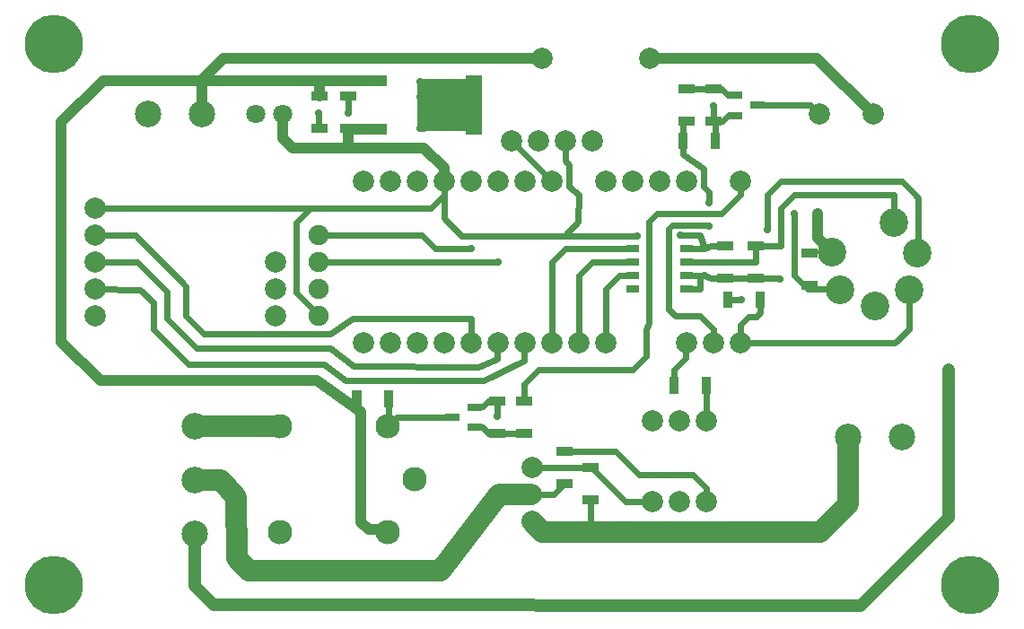
<source format=gbr>
%FSLAX34Y34*%
%MOMM*%
%LNCOPPER_TOP*%
G71*
G01*
%ADD10C, 2.00*%
%ADD11C, 2.70*%
%ADD12R, 1.27X0.65*%
%ADD13C, 2.30*%
%ADD14R, 1.40X0.70*%
%ADD15R, 1.60X0.87*%
%ADD16C, 0.60*%
%ADD17C, 0.70*%
%ADD18C, 2.00*%
%ADD19C, 2.00*%
%ADD20C, 2.00*%
%ADD21C, 2.50*%
%ADD22R, 1.90X1.00*%
%ADD23C, 1.80*%
%ADD24C, 1.00*%
%ADD25R, 1.60X5.70*%
%ADD26R, 5.10X5.00*%
%ADD27R, 0.87X1.60*%
%ADD28C, 1.00*%
%ADD29C, 5.50*%
%ADD30C, 1.90*%
%ADD31C, 1.20*%
%ADD32C, 1.00*%
%ADD33C, 2.00*%
%LPD*%
X692630Y825547D02*
G54D10*
D03*
X641830Y825547D02*
G54D10*
D03*
X616429Y825545D02*
G54D10*
D03*
X591030Y825547D02*
G54D10*
D03*
X565630Y825550D02*
G54D10*
D03*
X514829Y825545D02*
G54D10*
D03*
X489430Y825547D02*
G54D10*
D03*
X464030Y825547D02*
G54D10*
D03*
X692630Y673147D02*
G54D10*
D03*
X667230Y673147D02*
G54D10*
D03*
X641830Y673147D02*
G54D10*
D03*
X565630Y673147D02*
G54D10*
D03*
X540230Y673147D02*
G54D10*
D03*
X514830Y673147D02*
G54D10*
D03*
X489430Y673147D02*
G54D10*
D03*
X464030Y673147D02*
G54D10*
D03*
X438630Y825547D02*
G54D10*
D03*
X413230Y825547D02*
G54D10*
D03*
X387830Y825547D02*
G54D10*
D03*
X362430Y825547D02*
G54D10*
D03*
X337030Y825547D02*
G54D10*
D03*
X438630Y673147D02*
G54D10*
D03*
X413230Y673147D02*
G54D10*
D03*
X387830Y673147D02*
G54D10*
D03*
X362430Y673147D02*
G54D10*
D03*
X337030Y673147D02*
G54D10*
D03*
X83900Y800100D02*
G54D10*
D03*
X83900Y774700D02*
G54D10*
D03*
X83900Y749300D02*
G54D10*
D03*
X83900Y723900D02*
G54D10*
D03*
X83900Y698500D02*
G54D10*
D03*
X476800Y863600D02*
G54D10*
D03*
X502200Y863600D02*
G54D10*
D03*
X527600Y863600D02*
G54D10*
D03*
X553000Y863600D02*
G54D10*
D03*
X819674Y707852D02*
G54D11*
D03*
X787244Y723452D02*
G54D11*
D03*
X852099Y723453D02*
G54D11*
D03*
X779204Y758552D02*
G54D11*
D03*
X860144Y758539D02*
G54D11*
D03*
X837774Y786702D02*
G54D11*
D03*
X641846Y762131D02*
G54D12*
D03*
X641846Y749431D02*
G54D12*
D03*
X641846Y736731D02*
G54D12*
D03*
X641846Y724031D02*
G54D12*
D03*
X591046Y724031D02*
G54D12*
D03*
X591046Y736731D02*
G54D12*
D03*
X591046Y749431D02*
G54D12*
D03*
X591046Y762131D02*
G54D12*
D03*
X258858Y594858D02*
G54D13*
D03*
X258858Y494858D02*
G54D13*
D03*
X360458Y494858D02*
G54D13*
D03*
X360458Y594858D02*
G54D13*
D03*
X385858Y544858D02*
G54D13*
D03*
X442444Y593854D02*
G54D14*
D03*
X442444Y612854D02*
G54D14*
D03*
X421444Y603354D02*
G54D14*
D03*
X463562Y588134D02*
G54D15*
D03*
X463562Y618534D02*
G54D15*
D03*
X488962Y588134D02*
G54D15*
D03*
X488962Y618534D02*
G54D15*
D03*
G54D16*
X488962Y588134D02*
X463562Y588134D01*
G54D16*
X463562Y588134D02*
X455135Y588134D01*
X449696Y593573D01*
G54D16*
X449524Y612935D02*
X449786Y612935D01*
X455022Y618170D01*
X463199Y618170D01*
X463562Y618534D01*
X463399Y603773D02*
G54D17*
D03*
G54D16*
X463562Y618534D02*
X463562Y603936D01*
X463399Y603773D01*
X660509Y599915D02*
G54D18*
D03*
X635110Y599910D02*
G54D18*
D03*
X609709Y599915D02*
G54D18*
D03*
X660509Y523715D02*
G54D18*
D03*
X635109Y523715D02*
G54D18*
D03*
X609709Y523715D02*
G54D18*
D03*
G36*
X626129Y641043D02*
X634829Y641043D01*
X634829Y625043D01*
X626129Y625043D01*
X626129Y641043D01*
G37*
G36*
X656529Y641043D02*
X665229Y641043D01*
X665229Y625043D01*
X656529Y625043D01*
X656529Y641043D01*
G37*
X496147Y555872D02*
G54D19*
D03*
X496118Y530518D02*
G54D19*
D03*
X496147Y505072D02*
G54D19*
D03*
X527036Y540837D02*
G54D15*
D03*
X527036Y571237D02*
G54D15*
D03*
X551408Y555768D02*
G54D15*
D03*
X551408Y525369D02*
G54D15*
D03*
G54D20*
X496147Y505072D02*
X496147Y504721D01*
X505841Y495027D01*
X735644Y495027D01*
G54D16*
X496147Y555872D02*
X551304Y555872D01*
X551408Y555768D01*
G54D16*
X496381Y530519D02*
X516980Y530519D01*
X527299Y540838D01*
G54D16*
X551408Y555768D02*
X552381Y555768D01*
X584383Y523766D01*
X609658Y523766D01*
X609709Y523715D01*
G54D16*
X527036Y571237D02*
X575012Y571237D01*
X597083Y549166D01*
X647758Y549166D01*
X660509Y536415D01*
X660509Y523715D01*
G54D16*
X551408Y525369D02*
X551408Y499172D01*
X551269Y499033D01*
G54D16*
X362783Y597128D02*
X362902Y597128D01*
X368855Y603080D01*
X420045Y603080D01*
X178139Y594858D02*
G54D21*
D03*
X178139Y544058D02*
G54D21*
D03*
X178139Y493258D02*
G54D21*
D03*
G54D20*
X178139Y594858D02*
X258858Y594858D01*
G54D20*
X178139Y544058D02*
X202927Y544058D01*
X217259Y527704D01*
X217642Y470533D01*
X229079Y458085D01*
X409875Y458442D01*
X465000Y530000D01*
X496118Y530518D01*
X794293Y584249D02*
G54D21*
D03*
X845092Y584250D02*
G54D21*
D03*
G54D20*
X735644Y495027D02*
X768627Y495027D01*
X794300Y520700D01*
X794293Y584249D01*
G54D16*
X83900Y749300D02*
X124300Y749300D01*
X152000Y721600D01*
X152000Y696200D01*
X179700Y668500D01*
X306310Y668602D01*
X328459Y651037D01*
X446080Y650940D01*
X463700Y658217D01*
X463630Y673147D01*
G54D16*
X83900Y774700D02*
X122000Y774700D01*
X169700Y727000D01*
X169700Y698900D01*
X186780Y681997D01*
X305877Y682009D01*
X327611Y696144D01*
X439100Y696318D01*
X438630Y673147D01*
G54D16*
X83900Y723900D02*
X126464Y723561D01*
X139300Y711200D01*
X139300Y685800D01*
X172000Y653100D01*
X300029Y653243D01*
X320446Y637576D01*
X450701Y637629D01*
X489359Y656428D01*
X489430Y673147D01*
G54D16*
X591046Y762131D02*
X540431Y762131D01*
X540300Y762000D01*
X527600Y762000D01*
X514900Y749300D01*
X514900Y673217D01*
X514830Y673147D01*
G54D16*
X591046Y749431D02*
X553131Y749431D01*
X540300Y736600D01*
X540230Y673147D01*
G54D16*
X591046Y736731D02*
X578531Y736731D01*
X565700Y723900D01*
X565700Y673218D01*
X565630Y673147D01*
G54D16*
X837774Y786702D02*
X837774Y812795D01*
X837724Y812845D01*
X743545Y812845D01*
X730800Y800100D01*
X730800Y765219D01*
X707245Y764966D01*
X707144Y749358D01*
X641977Y749300D01*
X641846Y749431D01*
G54D16*
X488962Y618534D02*
X488962Y634462D01*
X502200Y647700D01*
X591100Y647700D01*
X603800Y660400D01*
X603800Y685800D01*
X606884Y692365D01*
X606804Y787377D01*
X614640Y795521D01*
X675421Y795522D01*
X692700Y812800D01*
X692700Y825477D01*
X692630Y825547D01*
X658852Y736643D02*
G54D17*
D03*
G54D16*
X641846Y736731D02*
X658764Y736731D01*
X658852Y736643D01*
X665395Y734138D01*
X678678Y734155D01*
G54D16*
X641846Y762131D02*
X658733Y762119D01*
X665134Y764528D01*
X678678Y764555D01*
X658733Y762119D02*
G54D17*
D03*
X718061Y779856D02*
G54D17*
D03*
G54D16*
X718061Y779856D02*
X718061Y780052D01*
X718061Y779856D01*
X718061Y812761D01*
X730800Y825500D01*
X845100Y825500D01*
X857800Y812800D01*
X857933Y812800D01*
X860638Y810095D01*
X860638Y759032D01*
X860144Y758539D01*
G54D16*
X83900Y800100D02*
X400600Y800100D01*
X413300Y812800D01*
X413300Y825477D01*
X413230Y825547D01*
X413230Y812870D01*
X413296Y790971D01*
X429300Y774366D01*
X595752Y774298D01*
G54D16*
X636645Y774701D02*
X654600Y774700D01*
X658733Y762119D01*
X636645Y774701D02*
G54D17*
D03*
X595752Y774298D02*
G54D17*
D03*
X678678Y764555D02*
G54D15*
D03*
X678678Y734155D02*
G54D15*
D03*
G54D16*
X692630Y673147D02*
X838680Y673147D01*
X851889Y686356D01*
X851889Y723243D01*
X852099Y723453D01*
G54D16*
X641846Y724031D02*
X654469Y724031D01*
X654600Y723900D01*
X654600Y736600D01*
G54D16*
X660509Y599915D02*
X660509Y632673D01*
X660879Y633043D01*
G54D16*
X630479Y633043D02*
X630479Y648074D01*
X641604Y659199D01*
X641604Y672922D01*
X641830Y673147D01*
G54D16*
X476800Y863600D02*
X476800Y863573D01*
X514829Y825545D01*
X663623Y783777D02*
G54D17*
D03*
X663623Y805755D02*
G54D17*
D03*
G54D16*
X667230Y673147D02*
X667230Y685870D01*
X654600Y698500D01*
X631684Y698500D01*
X625345Y704839D01*
X625345Y780738D01*
X628750Y784143D01*
X663257Y784143D01*
X663623Y783777D01*
X688313Y907069D02*
G54D14*
D03*
X688313Y888069D02*
G54D14*
D03*
X709313Y897569D02*
G54D14*
D03*
X667195Y912789D02*
G54D15*
D03*
X667195Y882389D02*
G54D15*
D03*
X641795Y912789D02*
G54D15*
D03*
X641795Y882389D02*
G54D15*
D03*
G54D16*
X641795Y912789D02*
X667195Y912789D01*
G54D16*
X667195Y912789D02*
X675622Y912789D01*
X681061Y907350D01*
G54D16*
X681233Y887988D02*
X680971Y887988D01*
X675736Y882752D01*
X667559Y882752D01*
X667195Y882389D01*
X667359Y897150D02*
G54D17*
D03*
G54D16*
X667195Y882389D02*
X667195Y896987D01*
X667359Y897150D01*
G54D16*
X663623Y805755D02*
X663623Y815304D01*
X658320Y820608D01*
X658348Y838098D01*
X638961Y851572D01*
X638942Y878647D01*
X743495Y795571D02*
G54D17*
D03*
G54D16*
X743495Y795571D02*
X743495Y736605D01*
X756200Y723900D01*
X786796Y723900D01*
X787244Y723452D01*
X349756Y920692D02*
G54D22*
D03*
X349856Y875092D02*
G54D22*
D03*
X295497Y905930D02*
G54D15*
D03*
X295497Y875530D02*
G54D15*
D03*
X323032Y905943D02*
G54D15*
D03*
X323032Y875543D02*
G54D15*
D03*
X235486Y888974D02*
G54D23*
D03*
X260886Y888974D02*
G54D23*
D03*
G54D24*
X184692Y920542D02*
X349632Y920569D01*
X349756Y920692D01*
G54D24*
X349856Y875092D02*
X323484Y875092D01*
G54D24*
X320536Y857069D02*
X270592Y857069D01*
X260886Y866774D01*
X260886Y888974D01*
X295460Y890393D02*
G54D17*
D03*
X323079Y890393D02*
G54D17*
D03*
G54D16*
X295460Y890393D02*
X295460Y875567D01*
X295497Y875530D01*
G54D16*
X323079Y890393D02*
X323079Y905896D01*
X323032Y905943D01*
G54D16*
X393929Y919988D02*
X393936Y875785D01*
G54D16*
X393936Y875785D02*
X390936Y875785D01*
X390936Y920077D01*
X393929Y919988D01*
X390936Y920077D02*
G54D17*
D03*
X391042Y905341D02*
G54D17*
D03*
X391167Y890652D02*
G54D17*
D03*
X390936Y875786D02*
G54D17*
D03*
X441790Y897795D02*
G54D25*
D03*
X420289Y897830D02*
G54D26*
D03*
G54D24*
X320561Y857040D02*
X323116Y857040D01*
X323146Y857070D01*
X323146Y874254D01*
X323287Y874394D01*
G54D24*
X323146Y857070D02*
X394430Y857070D01*
X413300Y838200D01*
X413300Y825618D01*
X413230Y825547D01*
G54D16*
X527600Y775100D02*
X539976Y787593D01*
X540300Y812800D01*
X531483Y820708D01*
X531483Y841339D01*
X527513Y845310D01*
X527513Y863513D01*
X527600Y863600D01*
X133890Y889050D02*
G54D21*
D03*
X184692Y889050D02*
G54D21*
D03*
G54D24*
X184700Y889000D02*
X184692Y920542D01*
X711854Y714273D02*
G54D27*
D03*
X681455Y714273D02*
G54D27*
D03*
X730400Y733901D02*
G54D17*
D03*
G54D16*
X678678Y734155D02*
X730146Y734155D01*
X730400Y733901D01*
X693444Y714196D02*
G54D17*
D03*
G54D16*
X692630Y673147D02*
X692630Y690251D01*
X700741Y698362D01*
X708016Y698362D01*
X711886Y702232D01*
X711886Y714241D01*
X711854Y714273D01*
G54D16*
X693444Y714196D02*
X681532Y714196D01*
X681455Y714273D01*
G54D24*
X184692Y920542D02*
X91483Y920541D01*
X52439Y881699D01*
X52263Y674337D01*
X88900Y637700D01*
X293578Y637699D01*
X334740Y608484D01*
X334907Y504368D01*
X342764Y497175D01*
X362243Y497157D01*
X362500Y496900D01*
G54D24*
X184692Y920542D02*
X184692Y921292D01*
X205400Y942000D01*
X506200Y942000D01*
G54D24*
X765601Y795576D02*
X765601Y772155D01*
X779204Y758552D01*
X765601Y795576D02*
G54D28*
D03*
G54D24*
X295497Y906666D02*
X295497Y920472D01*
X295525Y920500D01*
X45000Y955000D02*
G54D29*
D03*
X910000Y955000D02*
G54D29*
D03*
X910000Y445000D02*
G54D29*
D03*
X45000Y445000D02*
G54D29*
D03*
X707245Y764966D02*
G54D15*
D03*
X707245Y734566D02*
G54D15*
D03*
X295000Y698800D02*
G54D30*
D03*
X295000Y724200D02*
G54D30*
D03*
X295000Y749600D02*
G54D30*
D03*
X295000Y775000D02*
G54D30*
D03*
G54D16*
X286210Y799307D02*
X273510Y786644D01*
X273512Y720685D01*
X294813Y699320D01*
X294859Y699366D01*
G54D16*
X295000Y750000D02*
X464084Y750000D01*
X464185Y749899D01*
G54D16*
X295000Y775000D02*
X392606Y775000D01*
X405030Y762575D01*
X438632Y762575D01*
X438632Y762575D02*
G54D17*
D03*
X464185Y749899D02*
G54D17*
D03*
G54D31*
X178139Y493258D02*
X178140Y444197D01*
X195728Y426291D01*
X806450Y425450D01*
X889000Y508000D01*
X889000Y647700D01*
X889000Y647700D02*
G54D32*
D03*
X254000Y749300D02*
G54D18*
D03*
X254000Y723900D02*
G54D18*
D03*
X254000Y698500D02*
G54D18*
D03*
G36*
X326606Y628497D02*
X335306Y628498D01*
X335306Y612498D01*
X326606Y612497D01*
X326606Y628497D01*
G37*
G36*
X357005Y628498D02*
X365705Y628498D01*
X365706Y612498D01*
X357006Y612498D01*
X357005Y628498D01*
G37*
G54D16*
X361356Y620498D02*
X361356Y595756D01*
X360458Y594858D01*
X758547Y758215D02*
G54D15*
D03*
X758547Y727816D02*
G54D15*
D03*
X506200Y942000D02*
G54D33*
D03*
X607800Y942000D02*
G54D33*
D03*
X669342Y864231D02*
G54D27*
D03*
X638942Y864231D02*
G54D27*
D03*
G54D16*
X669342Y864231D02*
X669342Y880243D01*
X667195Y882389D01*
X767517Y889000D02*
G54D33*
D03*
X818317Y889000D02*
G54D33*
D03*
G54D16*
X709313Y897569D02*
X758948Y897569D01*
X767517Y889000D01*
G54D24*
X607800Y942000D02*
X765317Y942000D01*
X818317Y889000D01*
M02*

</source>
